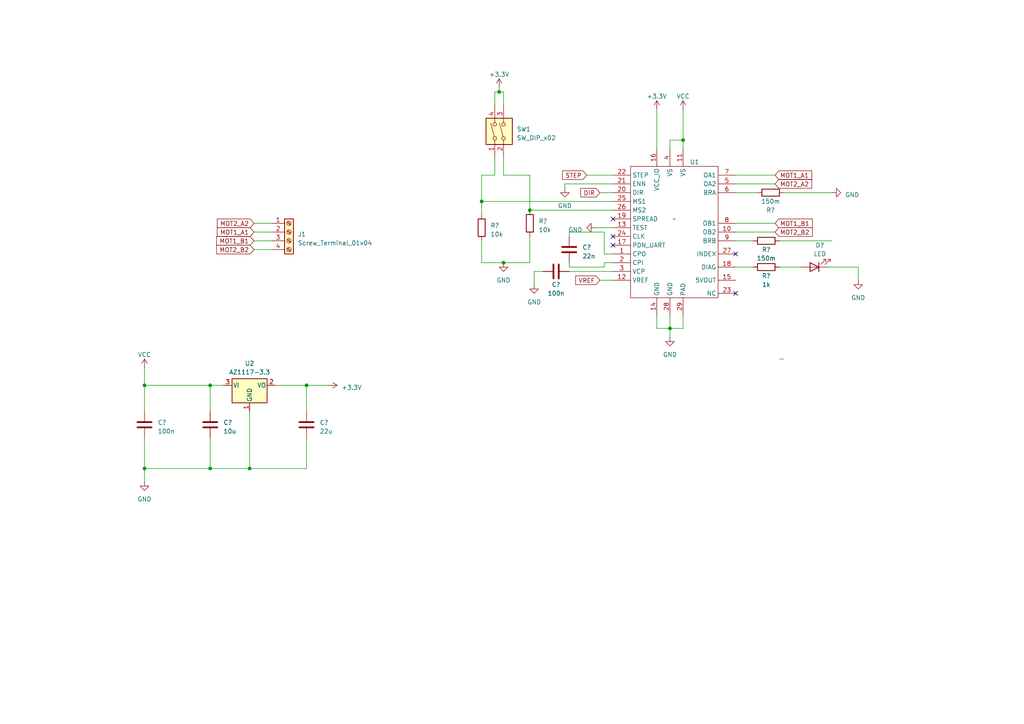
<source format=kicad_sch>
(kicad_sch (version 20230121) (generator eeschema)

  (uuid 068d3726-99de-44cc-887c-e892d67878f5)

  (paper "A4")

  (lib_symbols
    (symbol "Connector:Screw_Terminal_01x04" (pin_names (offset 1.016) hide) (in_bom yes) (on_board yes)
      (property "Reference" "J" (at 0 5.08 0)
        (effects (font (size 1.27 1.27)))
      )
      (property "Value" "Screw_Terminal_01x04" (at 0 -7.62 0)
        (effects (font (size 1.27 1.27)))
      )
      (property "Footprint" "" (at 0 0 0)
        (effects (font (size 1.27 1.27)) hide)
      )
      (property "Datasheet" "~" (at 0 0 0)
        (effects (font (size 1.27 1.27)) hide)
      )
      (property "ki_keywords" "screw terminal" (at 0 0 0)
        (effects (font (size 1.27 1.27)) hide)
      )
      (property "ki_description" "Generic screw terminal, single row, 01x04, script generated (kicad-library-utils/schlib/autogen/connector/)" (at 0 0 0)
        (effects (font (size 1.27 1.27)) hide)
      )
      (property "ki_fp_filters" "TerminalBlock*:*" (at 0 0 0)
        (effects (font (size 1.27 1.27)) hide)
      )
      (symbol "Screw_Terminal_01x04_1_1"
        (rectangle (start -1.27 3.81) (end 1.27 -6.35)
          (stroke (width 0.254) (type default))
          (fill (type background))
        )
        (circle (center 0 -5.08) (radius 0.635)
          (stroke (width 0.1524) (type default))
          (fill (type none))
        )
        (circle (center 0 -2.54) (radius 0.635)
          (stroke (width 0.1524) (type default))
          (fill (type none))
        )
        (polyline
          (pts
            (xy -0.5334 -4.7498)
            (xy 0.3302 -5.588)
          )
          (stroke (width 0.1524) (type default))
          (fill (type none))
        )
        (polyline
          (pts
            (xy -0.5334 -2.2098)
            (xy 0.3302 -3.048)
          )
          (stroke (width 0.1524) (type default))
          (fill (type none))
        )
        (polyline
          (pts
            (xy -0.5334 0.3302)
            (xy 0.3302 -0.508)
          )
          (stroke (width 0.1524) (type default))
          (fill (type none))
        )
        (polyline
          (pts
            (xy -0.5334 2.8702)
            (xy 0.3302 2.032)
          )
          (stroke (width 0.1524) (type default))
          (fill (type none))
        )
        (polyline
          (pts
            (xy -0.3556 -4.572)
            (xy 0.508 -5.4102)
          )
          (stroke (width 0.1524) (type default))
          (fill (type none))
        )
        (polyline
          (pts
            (xy -0.3556 -2.032)
            (xy 0.508 -2.8702)
          )
          (stroke (width 0.1524) (type default))
          (fill (type none))
        )
        (polyline
          (pts
            (xy -0.3556 0.508)
            (xy 0.508 -0.3302)
          )
          (stroke (width 0.1524) (type default))
          (fill (type none))
        )
        (polyline
          (pts
            (xy -0.3556 3.048)
            (xy 0.508 2.2098)
          )
          (stroke (width 0.1524) (type default))
          (fill (type none))
        )
        (circle (center 0 0) (radius 0.635)
          (stroke (width 0.1524) (type default))
          (fill (type none))
        )
        (circle (center 0 2.54) (radius 0.635)
          (stroke (width 0.1524) (type default))
          (fill (type none))
        )
        (pin passive line (at -5.08 2.54 0) (length 3.81)
          (name "Pin_1" (effects (font (size 1.27 1.27))))
          (number "1" (effects (font (size 1.27 1.27))))
        )
        (pin passive line (at -5.08 0 0) (length 3.81)
          (name "Pin_2" (effects (font (size 1.27 1.27))))
          (number "2" (effects (font (size 1.27 1.27))))
        )
        (pin passive line (at -5.08 -2.54 0) (length 3.81)
          (name "Pin_3" (effects (font (size 1.27 1.27))))
          (number "3" (effects (font (size 1.27 1.27))))
        )
        (pin passive line (at -5.08 -5.08 0) (length 3.81)
          (name "Pin_4" (effects (font (size 1.27 1.27))))
          (number "4" (effects (font (size 1.27 1.27))))
        )
      )
    )
    (symbol "Device:C" (pin_numbers hide) (pin_names (offset 0.254)) (in_bom yes) (on_board yes)
      (property "Reference" "C" (at 0.635 2.54 0)
        (effects (font (size 1.27 1.27)) (justify left))
      )
      (property "Value" "C" (at 0.635 -2.54 0)
        (effects (font (size 1.27 1.27)) (justify left))
      )
      (property "Footprint" "" (at 0.9652 -3.81 0)
        (effects (font (size 1.27 1.27)) hide)
      )
      (property "Datasheet" "~" (at 0 0 0)
        (effects (font (size 1.27 1.27)) hide)
      )
      (property "ki_keywords" "cap capacitor" (at 0 0 0)
        (effects (font (size 1.27 1.27)) hide)
      )
      (property "ki_description" "Unpolarized capacitor" (at 0 0 0)
        (effects (font (size 1.27 1.27)) hide)
      )
      (property "ki_fp_filters" "C_*" (at 0 0 0)
        (effects (font (size 1.27 1.27)) hide)
      )
      (symbol "C_0_1"
        (polyline
          (pts
            (xy -2.032 -0.762)
            (xy 2.032 -0.762)
          )
          (stroke (width 0.508) (type default))
          (fill (type none))
        )
        (polyline
          (pts
            (xy -2.032 0.762)
            (xy 2.032 0.762)
          )
          (stroke (width 0.508) (type default))
          (fill (type none))
        )
      )
      (symbol "C_1_1"
        (pin passive line (at 0 3.81 270) (length 2.794)
          (name "~" (effects (font (size 1.27 1.27))))
          (number "1" (effects (font (size 1.27 1.27))))
        )
        (pin passive line (at 0 -3.81 90) (length 2.794)
          (name "~" (effects (font (size 1.27 1.27))))
          (number "2" (effects (font (size 1.27 1.27))))
        )
      )
    )
    (symbol "Device:LED" (pin_numbers hide) (pin_names (offset 1.016) hide) (in_bom yes) (on_board yes)
      (property "Reference" "D" (at 0 2.54 0)
        (effects (font (size 1.27 1.27)))
      )
      (property "Value" "LED" (at 0 -2.54 0)
        (effects (font (size 1.27 1.27)))
      )
      (property "Footprint" "" (at 0 0 0)
        (effects (font (size 1.27 1.27)) hide)
      )
      (property "Datasheet" "~" (at 0 0 0)
        (effects (font (size 1.27 1.27)) hide)
      )
      (property "ki_keywords" "LED diode" (at 0 0 0)
        (effects (font (size 1.27 1.27)) hide)
      )
      (property "ki_description" "Light emitting diode" (at 0 0 0)
        (effects (font (size 1.27 1.27)) hide)
      )
      (property "ki_fp_filters" "LED* LED_SMD:* LED_THT:*" (at 0 0 0)
        (effects (font (size 1.27 1.27)) hide)
      )
      (symbol "LED_0_1"
        (polyline
          (pts
            (xy -1.27 -1.27)
            (xy -1.27 1.27)
          )
          (stroke (width 0.254) (type default))
          (fill (type none))
        )
        (polyline
          (pts
            (xy -1.27 0)
            (xy 1.27 0)
          )
          (stroke (width 0) (type default))
          (fill (type none))
        )
        (polyline
          (pts
            (xy 1.27 -1.27)
            (xy 1.27 1.27)
            (xy -1.27 0)
            (xy 1.27 -1.27)
          )
          (stroke (width 0.254) (type default))
          (fill (type none))
        )
        (polyline
          (pts
            (xy -3.048 -0.762)
            (xy -4.572 -2.286)
            (xy -3.81 -2.286)
            (xy -4.572 -2.286)
            (xy -4.572 -1.524)
          )
          (stroke (width 0) (type default))
          (fill (type none))
        )
        (polyline
          (pts
            (xy -1.778 -0.762)
            (xy -3.302 -2.286)
            (xy -2.54 -2.286)
            (xy -3.302 -2.286)
            (xy -3.302 -1.524)
          )
          (stroke (width 0) (type default))
          (fill (type none))
        )
      )
      (symbol "LED_1_1"
        (pin passive line (at -3.81 0 0) (length 2.54)
          (name "K" (effects (font (size 1.27 1.27))))
          (number "1" (effects (font (size 1.27 1.27))))
        )
        (pin passive line (at 3.81 0 180) (length 2.54)
          (name "A" (effects (font (size 1.27 1.27))))
          (number "2" (effects (font (size 1.27 1.27))))
        )
      )
    )
    (symbol "Device:R" (pin_numbers hide) (pin_names (offset 0)) (in_bom yes) (on_board yes)
      (property "Reference" "R" (at 2.032 0 90)
        (effects (font (size 1.27 1.27)))
      )
      (property "Value" "R" (at 0 0 90)
        (effects (font (size 1.27 1.27)))
      )
      (property "Footprint" "" (at -1.778 0 90)
        (effects (font (size 1.27 1.27)) hide)
      )
      (property "Datasheet" "~" (at 0 0 0)
        (effects (font (size 1.27 1.27)) hide)
      )
      (property "ki_keywords" "R res resistor" (at 0 0 0)
        (effects (font (size 1.27 1.27)) hide)
      )
      (property "ki_description" "Resistor" (at 0 0 0)
        (effects (font (size 1.27 1.27)) hide)
      )
      (property "ki_fp_filters" "R_*" (at 0 0 0)
        (effects (font (size 1.27 1.27)) hide)
      )
      (symbol "R_0_1"
        (rectangle (start -1.016 -2.54) (end 1.016 2.54)
          (stroke (width 0.254) (type default))
          (fill (type none))
        )
      )
      (symbol "R_1_1"
        (pin passive line (at 0 3.81 270) (length 1.27)
          (name "~" (effects (font (size 1.27 1.27))))
          (number "1" (effects (font (size 1.27 1.27))))
        )
        (pin passive line (at 0 -3.81 90) (length 1.27)
          (name "~" (effects (font (size 1.27 1.27))))
          (number "2" (effects (font (size 1.27 1.27))))
        )
      )
    )
    (symbol "My_Lib:TMC2225" (in_bom yes) (on_board yes)
      (property "Reference" "U" (at 0 0 0)
        (effects (font (size 1.27 1.27)))
      )
      (property "Value" "" (at 0 0 0)
        (effects (font (size 1.27 1.27)))
      )
      (property "Footprint" "" (at 0 0 0)
        (effects (font (size 1.27 1.27)) hide)
      )
      (property "Datasheet" "" (at 0 0 0)
        (effects (font (size 1.27 1.27)) hide)
      )
      (symbol "TMC2225_0_0"
        (pin passive line (at -17.78 -10.16 0) (length 5.08)
          (name "CPO" (effects (font (size 1.27 1.27))))
          (number "1" (effects (font (size 1.27 1.27))))
        )
        (pin output line (at 17.78 -3.81 180) (length 5.08)
          (name "OB2" (effects (font (size 1.27 1.27))))
          (number "10" (effects (font (size 1.27 1.27))))
        )
        (pin input line (at 2.54 20.32 270) (length 5.08)
          (name "VS" (effects (font (size 1.27 1.27))))
          (number "11" (effects (font (size 1.27 1.27))))
        )
        (pin input line (at -17.78 -17.78 0) (length 5.08)
          (name "VREF" (effects (font (size 1.27 1.27))))
          (number "12" (effects (font (size 1.27 1.27))))
        )
        (pin input line (at -17.78 -2.54 0) (length 5.08)
          (name "TEST" (effects (font (size 1.27 1.27))))
          (number "13" (effects (font (size 1.27 1.27))))
        )
        (pin input line (at -5.08 -27.94 90) (length 5.08)
          (name "GND" (effects (font (size 1.27 1.27))))
          (number "14" (effects (font (size 1.27 1.27))))
        )
        (pin passive line (at 17.78 -17.78 180) (length 5.08)
          (name "5VOUT" (effects (font (size 1.27 1.27))))
          (number "15" (effects (font (size 1.27 1.27))))
        )
        (pin input line (at -5.08 20.32 270) (length 5.08)
          (name "VCC_IO" (effects (font (size 1.27 1.27))))
          (number "16" (effects (font (size 1.27 1.27))))
        )
        (pin no_connect line (at -17.78 -7.62 0) (length 5.08)
          (name "PDN_UART" (effects (font (size 1.27 1.27))))
          (number "17" (effects (font (size 1.27 1.27))))
        )
        (pin output line (at 17.78 -13.97 180) (length 5.08)
          (name "DIAG" (effects (font (size 1.27 1.27))))
          (number "18" (effects (font (size 1.27 1.27))))
        )
        (pin no_connect line (at -17.78 0 0) (length 5.08)
          (name "SPREAD" (effects (font (size 1.27 1.27))))
          (number "19" (effects (font (size 1.27 1.27))))
        )
        (pin passive line (at -17.78 -12.7 0) (length 5.08)
          (name "CPI" (effects (font (size 1.27 1.27))))
          (number "2" (effects (font (size 1.27 1.27))))
        )
        (pin input line (at -17.78 7.62 0) (length 5.08)
          (name "DIR" (effects (font (size 1.27 1.27))))
          (number "20" (effects (font (size 1.27 1.27))))
        )
        (pin input line (at -17.78 10.16 0) (length 5.08)
          (name "ENN" (effects (font (size 1.27 1.27))))
          (number "21" (effects (font (size 1.27 1.27))))
        )
        (pin input line (at -17.78 12.7 0) (length 5.08)
          (name "STEP" (effects (font (size 1.27 1.27))))
          (number "22" (effects (font (size 1.27 1.27))))
        )
        (pin no_connect line (at 17.78 -21.59 180) (length 5.08)
          (name "NC" (effects (font (size 1.27 1.27))))
          (number "23" (effects (font (size 1.27 1.27))))
        )
        (pin no_connect line (at -17.78 -5.08 0) (length 5.08)
          (name "CLK" (effects (font (size 1.27 1.27))))
          (number "24" (effects (font (size 1.27 1.27))))
        )
        (pin input line (at -17.78 5.08 0) (length 5.08)
          (name "MS1" (effects (font (size 1.27 1.27))))
          (number "25" (effects (font (size 1.27 1.27))))
        )
        (pin input line (at -17.78 2.54 0) (length 5.08)
          (name "MS2" (effects (font (size 1.27 1.27))))
          (number "26" (effects (font (size 1.27 1.27))))
        )
        (pin no_connect line (at 17.78 -10.16 180) (length 5.08)
          (name "INDEX" (effects (font (size 1.27 1.27))))
          (number "27" (effects (font (size 1.27 1.27))))
        )
        (pin input line (at -1.27 -27.94 90) (length 5.08)
          (name "GND" (effects (font (size 1.27 1.27))))
          (number "28" (effects (font (size 1.27 1.27))))
        )
        (pin input line (at 2.54 -27.94 90) (length 5.08)
          (name "PAD" (effects (font (size 1.27 1.27))))
          (number "29" (effects (font (size 1.27 1.27))))
        )
        (pin passive line (at -17.78 -15.24 0) (length 5.08)
          (name "VCP" (effects (font (size 1.27 1.27))))
          (number "3" (effects (font (size 1.27 1.27))))
        )
        (pin input line (at -1.27 20.32 270) (length 5.08)
          (name "VS" (effects (font (size 1.27 1.27))))
          (number "4" (effects (font (size 1.27 1.27))))
        )
        (pin output line (at 17.78 10.16 180) (length 5.08)
          (name "OA2" (effects (font (size 1.27 1.27))))
          (number "5" (effects (font (size 1.27 1.27))))
        )
        (pin output line (at 17.78 7.62 180) (length 5.08)
          (name "BRA" (effects (font (size 1.27 1.27))))
          (number "6" (effects (font (size 1.27 1.27))))
        )
        (pin output line (at 17.78 12.7 180) (length 5.08)
          (name "OA1" (effects (font (size 1.27 1.27))))
          (number "7" (effects (font (size 1.27 1.27))))
        )
        (pin output line (at 17.78 -1.27 180) (length 5.08)
          (name "OB1" (effects (font (size 1.27 1.27))))
          (number "8" (effects (font (size 1.27 1.27))))
        )
        (pin output line (at 17.78 -6.35 180) (length 5.08)
          (name "BRB" (effects (font (size 1.27 1.27))))
          (number "9" (effects (font (size 1.27 1.27))))
        )
      )
      (symbol "TMC2225_0_1"
        (polyline
          (pts
            (xy -12.7 15.24)
            (xy 12.7 15.24)
            (xy 12.7 -22.86)
            (xy -12.7 -22.86)
            (xy -12.7 15.24)
          )
          (stroke (width 0.1524) (type solid))
          (fill (type none))
        )
      )
    )
    (symbol "Regulator_Linear:AZ1117-3.3" (pin_names (offset 0.254)) (in_bom yes) (on_board yes)
      (property "Reference" "U" (at -3.81 3.175 0)
        (effects (font (size 1.27 1.27)))
      )
      (property "Value" "AZ1117-3.3" (at 0 3.175 0)
        (effects (font (size 1.27 1.27)) (justify left))
      )
      (property "Footprint" "" (at 0 6.35 0)
        (effects (font (size 1.27 1.27) italic) hide)
      )
      (property "Datasheet" "https://www.diodes.com/assets/Datasheets/AZ1117.pdf" (at 0 0 0)
        (effects (font (size 1.27 1.27)) hide)
      )
      (property "ki_keywords" "Fixed Voltage Regulator 1A Positive LDO" (at 0 0 0)
        (effects (font (size 1.27 1.27)) hide)
      )
      (property "ki_description" "1A 20V Fixed LDO Linear Regulator, 3.3V, SOT-89/SOT-223/TO-220/TO-252/TO-263" (at 0 0 0)
        (effects (font (size 1.27 1.27)) hide)
      )
      (property "ki_fp_filters" "SOT?223* SOT?89* TO?220* TO?252* TO?263*" (at 0 0 0)
        (effects (font (size 1.27 1.27)) hide)
      )
      (symbol "AZ1117-3.3_0_1"
        (rectangle (start -5.08 1.905) (end 5.08 -5.08)
          (stroke (width 0.254) (type default))
          (fill (type background))
        )
      )
      (symbol "AZ1117-3.3_1_1"
        (pin power_in line (at 0 -7.62 90) (length 2.54)
          (name "GND" (effects (font (size 1.27 1.27))))
          (number "1" (effects (font (size 1.27 1.27))))
        )
        (pin power_out line (at 7.62 0 180) (length 2.54)
          (name "VO" (effects (font (size 1.27 1.27))))
          (number "2" (effects (font (size 1.27 1.27))))
        )
        (pin power_in line (at -7.62 0 0) (length 2.54)
          (name "VI" (effects (font (size 1.27 1.27))))
          (number "3" (effects (font (size 1.27 1.27))))
        )
      )
    )
    (symbol "Switch:SW_DIP_x02" (pin_names (offset 0) hide) (in_bom yes) (on_board yes)
      (property "Reference" "SW" (at 0 6.35 0)
        (effects (font (size 1.27 1.27)))
      )
      (property "Value" "SW_DIP_x02" (at 0 -3.81 0)
        (effects (font (size 1.27 1.27)))
      )
      (property "Footprint" "" (at 0 0 0)
        (effects (font (size 1.27 1.27)) hide)
      )
      (property "Datasheet" "~" (at 0 0 0)
        (effects (font (size 1.27 1.27)) hide)
      )
      (property "ki_keywords" "dip switch" (at 0 0 0)
        (effects (font (size 1.27 1.27)) hide)
      )
      (property "ki_description" "2x DIP Switch, Single Pole Single Throw (SPST) switch, small symbol" (at 0 0 0)
        (effects (font (size 1.27 1.27)) hide)
      )
      (property "ki_fp_filters" "SW?DIP?x2*" (at 0 0 0)
        (effects (font (size 1.27 1.27)) hide)
      )
      (symbol "SW_DIP_x02_0_0"
        (circle (center -2.032 0) (radius 0.508)
          (stroke (width 0) (type default))
          (fill (type none))
        )
        (circle (center -2.032 2.54) (radius 0.508)
          (stroke (width 0) (type default))
          (fill (type none))
        )
        (polyline
          (pts
            (xy -1.524 0.127)
            (xy 2.3622 1.1684)
          )
          (stroke (width 0) (type default))
          (fill (type none))
        )
        (polyline
          (pts
            (xy -1.524 2.667)
            (xy 2.3622 3.7084)
          )
          (stroke (width 0) (type default))
          (fill (type none))
        )
        (circle (center 2.032 0) (radius 0.508)
          (stroke (width 0) (type default))
          (fill (type none))
        )
        (circle (center 2.032 2.54) (radius 0.508)
          (stroke (width 0) (type default))
          (fill (type none))
        )
      )
      (symbol "SW_DIP_x02_0_1"
        (rectangle (start -3.81 5.08) (end 3.81 -2.54)
          (stroke (width 0.254) (type default))
          (fill (type background))
        )
      )
      (symbol "SW_DIP_x02_1_1"
        (pin passive line (at -7.62 2.54 0) (length 5.08)
          (name "~" (effects (font (size 1.27 1.27))))
          (number "1" (effects (font (size 1.27 1.27))))
        )
        (pin passive line (at -7.62 0 0) (length 5.08)
          (name "~" (effects (font (size 1.27 1.27))))
          (number "2" (effects (font (size 1.27 1.27))))
        )
        (pin passive line (at 7.62 0 180) (length 5.08)
          (name "~" (effects (font (size 1.27 1.27))))
          (number "3" (effects (font (size 1.27 1.27))))
        )
        (pin passive line (at 7.62 2.54 180) (length 5.08)
          (name "~" (effects (font (size 1.27 1.27))))
          (number "4" (effects (font (size 1.27 1.27))))
        )
      )
    )
    (symbol "power:+3.3V" (power) (pin_names (offset 0)) (in_bom yes) (on_board yes)
      (property "Reference" "#PWR" (at 0 -3.81 0)
        (effects (font (size 1.27 1.27)) hide)
      )
      (property "Value" "+3.3V" (at 0 3.556 0)
        (effects (font (size 1.27 1.27)))
      )
      (property "Footprint" "" (at 0 0 0)
        (effects (font (size 1.27 1.27)) hide)
      )
      (property "Datasheet" "" (at 0 0 0)
        (effects (font (size 1.27 1.27)) hide)
      )
      (property "ki_keywords" "global power" (at 0 0 0)
        (effects (font (size 1.27 1.27)) hide)
      )
      (property "ki_description" "Power symbol creates a global label with name \"+3.3V\"" (at 0 0 0)
        (effects (font (size 1.27 1.27)) hide)
      )
      (symbol "+3.3V_0_1"
        (polyline
          (pts
            (xy -0.762 1.27)
            (xy 0 2.54)
          )
          (stroke (width 0) (type default))
          (fill (type none))
        )
        (polyline
          (pts
            (xy 0 0)
            (xy 0 2.54)
          )
          (stroke (width 0) (type default))
          (fill (type none))
        )
        (polyline
          (pts
            (xy 0 2.54)
            (xy 0.762 1.27)
          )
          (stroke (width 0) (type default))
          (fill (type none))
        )
      )
      (symbol "+3.3V_1_1"
        (pin power_in line (at 0 0 90) (length 0) hide
          (name "+3.3V" (effects (font (size 1.27 1.27))))
          (number "1" (effects (font (size 1.27 1.27))))
        )
      )
    )
    (symbol "power:GND" (power) (pin_names (offset 0)) (in_bom yes) (on_board yes)
      (property "Reference" "#PWR" (at 0 -6.35 0)
        (effects (font (size 1.27 1.27)) hide)
      )
      (property "Value" "GND" (at 0 -3.81 0)
        (effects (font (size 1.27 1.27)))
      )
      (property "Footprint" "" (at 0 0 0)
        (effects (font (size 1.27 1.27)) hide)
      )
      (property "Datasheet" "" (at 0 0 0)
        (effects (font (size 1.27 1.27)) hide)
      )
      (property "ki_keywords" "global power" (at 0 0 0)
        (effects (font (size 1.27 1.27)) hide)
      )
      (property "ki_description" "Power symbol creates a global label with name \"GND\" , ground" (at 0 0 0)
        (effects (font (size 1.27 1.27)) hide)
      )
      (symbol "GND_0_1"
        (polyline
          (pts
            (xy 0 0)
            (xy 0 -1.27)
            (xy 1.27 -1.27)
            (xy 0 -2.54)
            (xy -1.27 -1.27)
            (xy 0 -1.27)
          )
          (stroke (width 0) (type default))
          (fill (type none))
        )
      )
      (symbol "GND_1_1"
        (pin power_in line (at 0 0 270) (length 0) hide
          (name "GND" (effects (font (size 1.27 1.27))))
          (number "1" (effects (font (size 1.27 1.27))))
        )
      )
    )
    (symbol "power:VCC" (power) (pin_names (offset 0)) (in_bom yes) (on_board yes)
      (property "Reference" "#PWR" (at 0 -3.81 0)
        (effects (font (size 1.27 1.27)) hide)
      )
      (property "Value" "VCC" (at 0 3.81 0)
        (effects (font (size 1.27 1.27)))
      )
      (property "Footprint" "" (at 0 0 0)
        (effects (font (size 1.27 1.27)) hide)
      )
      (property "Datasheet" "" (at 0 0 0)
        (effects (font (size 1.27 1.27)) hide)
      )
      (property "ki_keywords" "global power" (at 0 0 0)
        (effects (font (size 1.27 1.27)) hide)
      )
      (property "ki_description" "Power symbol creates a global label with name \"VCC\"" (at 0 0 0)
        (effects (font (size 1.27 1.27)) hide)
      )
      (symbol "VCC_0_1"
        (polyline
          (pts
            (xy -0.762 1.27)
            (xy 0 2.54)
          )
          (stroke (width 0) (type default))
          (fill (type none))
        )
        (polyline
          (pts
            (xy 0 0)
            (xy 0 2.54)
          )
          (stroke (width 0) (type default))
          (fill (type none))
        )
        (polyline
          (pts
            (xy 0 2.54)
            (xy 0.762 1.27)
          )
          (stroke (width 0) (type default))
          (fill (type none))
        )
      )
      (symbol "VCC_1_1"
        (pin power_in line (at 0 0 90) (length 0) hide
          (name "VCC" (effects (font (size 1.27 1.27))))
          (number "1" (effects (font (size 1.27 1.27))))
        )
      )
    )
  )

  (junction (at 60.96 111.76) (diameter 0) (color 0 0 0 0)
    (uuid 09f3520c-4f6c-4fe3-819d-9d3f8fc6b587)
  )
  (junction (at 153.67 60.96) (diameter 0) (color 0 0 0 0)
    (uuid 170e7f1b-8d25-4f77-9f8e-fc94cec78304)
  )
  (junction (at 41.91 111.76) (diameter 0) (color 0 0 0 0)
    (uuid 32b22497-6e76-4bdc-8444-63b1f6abb32b)
  )
  (junction (at 194.31 95.25) (diameter 0) (color 0 0 0 0)
    (uuid 42673888-9609-461a-94d1-d2b6b6fb818a)
  )
  (junction (at 88.9 111.76) (diameter 0) (color 0 0 0 0)
    (uuid 5999ff1b-be10-4817-8483-6d205e283872)
  )
  (junction (at 139.7 58.42) (diameter 0) (color 0 0 0 0)
    (uuid 6127ab72-5aa2-4472-8c43-7ba3787a1ecf)
  )
  (junction (at 198.12 40.64) (diameter 0) (color 0 0 0 0)
    (uuid 876eb48d-742d-4218-a1c0-dde9824d7d4e)
  )
  (junction (at 41.91 135.89) (diameter 0) (color 0 0 0 0)
    (uuid a075dcd4-9131-4a21-bd75-2ce22d863a57)
  )
  (junction (at 72.39 135.89) (diameter 0) (color 0 0 0 0)
    (uuid d81588b9-e378-40b8-a846-f216d496deed)
  )
  (junction (at 144.78 26.67) (diameter 0) (color 0 0 0 0)
    (uuid e2abff9a-1ff7-4d87-a36d-205f09b7431f)
  )
  (junction (at 60.96 135.89) (diameter 0) (color 0 0 0 0)
    (uuid ec063405-c907-42b7-8adb-3e7a69a29273)
  )
  (junction (at 146.05 76.2) (diameter 0) (color 0 0 0 0)
    (uuid fa882e1a-efc5-47d9-9f1e-78d7fc79b411)
  )

  (no_connect (at 213.36 85.09) (uuid 2ceda9da-b056-4537-acc4-5c3a61ae81df))
  (no_connect (at 213.36 73.66) (uuid 62f951fc-71da-4f8f-bee3-978d8f6c6d9e))
  (no_connect (at 177.8 63.5) (uuid 63b61004-f15b-440f-af4b-cbb2bd70379b))
  (no_connect (at 177.8 71.12) (uuid 7c20f44d-1c44-4192-856b-cc66f78d2ef4))
  (no_connect (at 177.8 68.58) (uuid b77a1d60-9a30-4b1e-a203-5ef32486654a))

  (wire (pts (xy 153.67 68.58) (xy 153.67 76.2))
    (stroke (width 0) (type default))
    (uuid 02ed833a-7131-4f62-87fa-d6b98b48014a)
  )
  (wire (pts (xy 154.94 78.74) (xy 154.94 82.55))
    (stroke (width 0) (type default))
    (uuid 04bfad80-26e0-4e7b-a40f-d75558bc0983)
  )
  (wire (pts (xy 88.9 111.76) (xy 88.9 119.38))
    (stroke (width 0) (type default))
    (uuid 081733f5-379b-402e-a63c-3ea00de4ef6f)
  )
  (wire (pts (xy 143.51 26.67) (xy 144.78 26.67))
    (stroke (width 0) (type default))
    (uuid 0dbaec17-50aa-4b55-b613-965643b3cfcb)
  )
  (wire (pts (xy 144.78 26.67) (xy 146.05 26.67))
    (stroke (width 0) (type default))
    (uuid 1717a9e6-83b6-42e6-9620-587919944e09)
  )
  (wire (pts (xy 139.7 69.85) (xy 139.7 76.2))
    (stroke (width 0) (type default))
    (uuid 1b9f329f-d397-480c-96cc-b46c1bfd8437)
  )
  (wire (pts (xy 153.67 50.8) (xy 153.67 60.96))
    (stroke (width 0) (type default))
    (uuid 20fec434-9628-47b3-a74e-d63a070cf294)
  )
  (wire (pts (xy 139.7 58.42) (xy 139.7 62.23))
    (stroke (width 0) (type default))
    (uuid 23b4d3e5-6733-49bc-8626-7b1d6820a99b)
  )
  (wire (pts (xy 177.8 53.34) (xy 163.83 53.34))
    (stroke (width 0) (type default))
    (uuid 255f9049-6886-4aac-9256-352a56cfba00)
  )
  (wire (pts (xy 41.91 111.76) (xy 60.96 111.76))
    (stroke (width 0) (type default))
    (uuid 2681c193-d30a-40de-a95f-83151e866af2)
  )
  (wire (pts (xy 139.7 50.8) (xy 143.51 50.8))
    (stroke (width 0) (type default))
    (uuid 27b3e533-5ffc-4eff-a873-4e75a8c0eafb)
  )
  (wire (pts (xy 153.67 50.8) (xy 146.05 50.8))
    (stroke (width 0) (type default))
    (uuid 27b8b5c5-76a5-41ce-a609-395b725542cd)
  )
  (wire (pts (xy 213.36 77.47) (xy 218.44 77.47))
    (stroke (width 0) (type default))
    (uuid 2d4695e9-881b-47fa-beec-ef47806c9f79)
  )
  (wire (pts (xy 165.1 67.31) (xy 175.26 67.31))
    (stroke (width 0) (type default))
    (uuid 2f766d75-eb75-440b-849b-91370f91f07e)
  )
  (wire (pts (xy 41.91 106.68) (xy 41.91 111.76))
    (stroke (width 0) (type default))
    (uuid 311bf0bb-6145-4dd7-853d-1fcd1bce9756)
  )
  (wire (pts (xy 172.72 66.04) (xy 177.8 66.04))
    (stroke (width 0) (type default))
    (uuid 391be7a2-3cdb-4756-8662-21baaadb880e)
  )
  (wire (pts (xy 73.66 69.85) (xy 78.74 69.85))
    (stroke (width 0) (type default))
    (uuid 3942a8ce-1005-4b17-a2ed-67f5ea47ee8b)
  )
  (wire (pts (xy 143.51 30.48) (xy 143.51 26.67))
    (stroke (width 0) (type default))
    (uuid 395305e8-0b57-4673-aec5-046a23911074)
  )
  (wire (pts (xy 173.99 81.28) (xy 177.8 81.28))
    (stroke (width 0) (type default))
    (uuid 41f3ea70-9ff8-4d58-b99f-c9386ea86094)
  )
  (wire (pts (xy 72.39 135.89) (xy 88.9 135.89))
    (stroke (width 0) (type default))
    (uuid 45fdb5bb-c080-4004-9c6a-2f4f2ec82fe2)
  )
  (wire (pts (xy 194.31 43.18) (xy 194.31 40.64))
    (stroke (width 0) (type default))
    (uuid 46e9592c-9b47-4fb5-ad00-c7568fb8a3a0)
  )
  (wire (pts (xy 73.66 67.31) (xy 78.74 67.31))
    (stroke (width 0) (type default))
    (uuid 48f15ad0-384b-44a6-912f-39059a5d484d)
  )
  (wire (pts (xy 80.01 111.76) (xy 88.9 111.76))
    (stroke (width 0) (type default))
    (uuid 4c88195e-ea41-4400-b96b-cdd5e7da7699)
  )
  (wire (pts (xy 146.05 76.2) (xy 153.67 76.2))
    (stroke (width 0) (type default))
    (uuid 515c146e-2b10-400b-9d0b-a19d9da25b42)
  )
  (wire (pts (xy 213.36 55.88) (xy 219.71 55.88))
    (stroke (width 0) (type default))
    (uuid 575a2527-1842-4470-b4ab-eeb613f12b89)
  )
  (wire (pts (xy 213.36 50.8) (xy 224.79 50.8))
    (stroke (width 0) (type default))
    (uuid 58f5e32a-e096-47a7-96b1-9473dba7324f)
  )
  (wire (pts (xy 177.8 76.2) (xy 175.26 76.2))
    (stroke (width 0) (type default))
    (uuid 5a1e61ed-bc42-47bf-97e8-ae64f36df3a2)
  )
  (wire (pts (xy 165.1 67.31) (xy 165.1 68.58))
    (stroke (width 0) (type default))
    (uuid 5e6f938d-2502-4261-870b-c8e8dc88cf8d)
  )
  (wire (pts (xy 41.91 111.76) (xy 41.91 119.38))
    (stroke (width 0) (type default))
    (uuid 6394b9c6-0c3a-47a9-a10c-ad2849085b85)
  )
  (wire (pts (xy 146.05 26.67) (xy 146.05 30.48))
    (stroke (width 0) (type default))
    (uuid 674982ab-76f1-40b4-ace8-3457780c9064)
  )
  (wire (pts (xy 240.03 77.47) (xy 248.92 77.47))
    (stroke (width 0) (type default))
    (uuid 6cabbc91-f1f9-4c6b-b310-395a1f97cfa4)
  )
  (wire (pts (xy 213.36 69.85) (xy 218.44 69.85))
    (stroke (width 0) (type default))
    (uuid 71414b85-6c03-4500-9864-f2735be1f555)
  )
  (wire (pts (xy 194.31 95.25) (xy 194.31 97.79))
    (stroke (width 0) (type default))
    (uuid 717d9319-11b8-40e5-a003-81f26df38cbd)
  )
  (wire (pts (xy 190.5 95.25) (xy 194.31 95.25))
    (stroke (width 0) (type default))
    (uuid 757a54fd-9bf6-4801-9fa3-c11093cac793)
  )
  (wire (pts (xy 175.26 73.66) (xy 175.26 67.31))
    (stroke (width 0) (type default))
    (uuid 77fffae0-f22f-40ce-b006-f7a4d8d74d3e)
  )
  (wire (pts (xy 163.83 53.34) (xy 163.83 54.61))
    (stroke (width 0) (type default))
    (uuid 7acd6546-ed89-4c37-91fc-15bbd8598d28)
  )
  (wire (pts (xy 144.78 25.4) (xy 144.78 26.67))
    (stroke (width 0) (type default))
    (uuid 7bc6c36e-d52d-4ce8-992f-ae7ee69472f9)
  )
  (wire (pts (xy 41.91 135.89) (xy 41.91 139.7))
    (stroke (width 0) (type default))
    (uuid 82dd3d6e-b692-4ed8-8701-a40789d59705)
  )
  (wire (pts (xy 72.39 135.89) (xy 72.39 119.38))
    (stroke (width 0) (type default))
    (uuid 843f7ed0-ecd5-4625-bfb1-361531d846d8)
  )
  (wire (pts (xy 146.05 45.72) (xy 146.05 50.8))
    (stroke (width 0) (type default))
    (uuid 86bd83b4-0a57-4834-baed-68ff9a3ea55c)
  )
  (wire (pts (xy 60.96 135.89) (xy 72.39 135.89))
    (stroke (width 0) (type default))
    (uuid 8943ca7c-4f81-4177-97a1-6f4c3acefefc)
  )
  (wire (pts (xy 60.96 127) (xy 60.96 135.89))
    (stroke (width 0) (type default))
    (uuid 8a9d8dd8-dc08-4bb2-9036-110e35c2a4e2)
  )
  (wire (pts (xy 153.67 60.96) (xy 177.8 60.96))
    (stroke (width 0) (type default))
    (uuid 8b848bd6-fd63-4c3a-ac2c-51433ebc9312)
  )
  (wire (pts (xy 60.96 111.76) (xy 64.77 111.76))
    (stroke (width 0) (type default))
    (uuid 8bd942bd-c628-45c8-a0bf-dadfb271e0e2)
  )
  (wire (pts (xy 139.7 58.42) (xy 177.8 58.42))
    (stroke (width 0) (type default))
    (uuid 8f6fdebf-b83b-4d5c-8d06-0375b5fbcdfb)
  )
  (wire (pts (xy 73.66 64.77) (xy 78.74 64.77))
    (stroke (width 0) (type default))
    (uuid 9241232f-9819-4c07-b66b-35f32d116004)
  )
  (wire (pts (xy 198.12 31.75) (xy 198.12 40.64))
    (stroke (width 0) (type default))
    (uuid 9572323d-dacc-4ca3-a444-02f7bee2ab64)
  )
  (wire (pts (xy 88.9 135.89) (xy 88.9 127))
    (stroke (width 0) (type default))
    (uuid 95b38e8c-f793-46dd-a8b2-08bde962d7e2)
  )
  (wire (pts (xy 248.92 77.47) (xy 248.92 81.28))
    (stroke (width 0) (type default))
    (uuid 9856a55a-7bd7-4402-ba8d-30c1fe89a814)
  )
  (wire (pts (xy 226.06 69.85) (xy 241.3 69.85))
    (stroke (width 0) (type default))
    (uuid 9acc550f-347e-471e-81a8-e25018ea1793)
  )
  (wire (pts (xy 227.33 55.88) (xy 241.3 55.88))
    (stroke (width 0) (type default))
    (uuid 9d4dc40e-bf34-4e07-8404-e2a414ad96bc)
  )
  (wire (pts (xy 213.36 67.31) (xy 224.79 67.31))
    (stroke (width 0) (type default))
    (uuid a20e9d74-739b-4ac6-9d70-f1febf0d1b9f)
  )
  (wire (pts (xy 41.91 135.89) (xy 60.96 135.89))
    (stroke (width 0) (type default))
    (uuid a5cece79-d52e-4516-97ca-d6a481e6bc09)
  )
  (wire (pts (xy 157.48 78.74) (xy 154.94 78.74))
    (stroke (width 0) (type default))
    (uuid a635e6db-b151-4731-aa3a-f93d276eb2c6)
  )
  (wire (pts (xy 190.5 91.44) (xy 190.5 95.25))
    (stroke (width 0) (type default))
    (uuid a6b758b2-437f-494b-b9c8-e5ec65395892)
  )
  (wire (pts (xy 173.99 55.88) (xy 177.8 55.88))
    (stroke (width 0) (type default))
    (uuid ae91ce5e-49b9-4b29-b3e2-be98af597680)
  )
  (wire (pts (xy 143.51 45.72) (xy 143.51 50.8))
    (stroke (width 0) (type default))
    (uuid b2d0ef11-965d-4c29-8559-4f6b52b03529)
  )
  (wire (pts (xy 198.12 91.44) (xy 198.12 95.25))
    (stroke (width 0) (type default))
    (uuid b3a288b8-2903-4ddd-b34d-eb075639e305)
  )
  (wire (pts (xy 165.1 78.74) (xy 177.8 78.74))
    (stroke (width 0) (type default))
    (uuid b3fbe2fc-723b-40ff-bea7-719b375c9b36)
  )
  (wire (pts (xy 139.7 76.2) (xy 146.05 76.2))
    (stroke (width 0) (type default))
    (uuid b5da3fa7-b68b-4206-97dd-c651d98d49c7)
  )
  (wire (pts (xy 170.18 50.8) (xy 177.8 50.8))
    (stroke (width 0) (type default))
    (uuid b743f41a-1c1f-4304-bdee-94db56746847)
  )
  (wire (pts (xy 175.26 76.2) (xy 175.26 77.47))
    (stroke (width 0) (type default))
    (uuid b843fb02-8c6d-4ce4-b008-441786592164)
  )
  (wire (pts (xy 226.06 77.47) (xy 232.41 77.47))
    (stroke (width 0) (type default))
    (uuid c02c6551-9638-443b-abb4-50b4c17b0f54)
  )
  (wire (pts (xy 165.1 77.47) (xy 165.1 76.2))
    (stroke (width 0) (type default))
    (uuid c13dd3b0-955a-464c-894f-6ee71c92572b)
  )
  (wire (pts (xy 194.31 95.25) (xy 198.12 95.25))
    (stroke (width 0) (type default))
    (uuid c433ac03-5792-40f6-9a7a-5326e48917e9)
  )
  (wire (pts (xy 139.7 58.42) (xy 139.7 50.8))
    (stroke (width 0) (type default))
    (uuid c4621111-772c-455c-87b3-7bca3b46dc5f)
  )
  (wire (pts (xy 213.36 53.34) (xy 224.79 53.34))
    (stroke (width 0) (type default))
    (uuid c6397088-85ab-4932-8af3-7ae0aef7cf73)
  )
  (wire (pts (xy 175.26 77.47) (xy 165.1 77.47))
    (stroke (width 0) (type default))
    (uuid cb68d8f2-3e67-4e64-b99a-c882548a1814)
  )
  (wire (pts (xy 88.9 111.76) (xy 95.25 111.76))
    (stroke (width 0) (type default))
    (uuid d1401061-1191-4258-9c51-e4615c10c5be)
  )
  (wire (pts (xy 73.66 72.39) (xy 78.74 72.39))
    (stroke (width 0) (type default))
    (uuid d1874016-dc6e-4293-aa83-963bf82d7262)
  )
  (wire (pts (xy 41.91 127) (xy 41.91 135.89))
    (stroke (width 0) (type default))
    (uuid de949768-ad00-4d7f-a72b-7a6c9b0bf794)
  )
  (wire (pts (xy 194.31 40.64) (xy 198.12 40.64))
    (stroke (width 0) (type default))
    (uuid e8a35659-251c-4b8c-8e91-a25f02876362)
  )
  (wire (pts (xy 194.31 91.44) (xy 194.31 95.25))
    (stroke (width 0) (type default))
    (uuid e8a7e74a-4664-430f-ab2d-137b5a7294ae)
  )
  (wire (pts (xy 198.12 40.64) (xy 198.12 43.18))
    (stroke (width 0) (type default))
    (uuid eb3adb1c-cb89-4e51-a245-bdac9dfdd63b)
  )
  (wire (pts (xy 226.06 104.14) (xy 227.33 104.14))
    (stroke (width 0) (type default))
    (uuid efc5c521-ee36-4ef5-9fe4-5b557c6a4ed9)
  )
  (wire (pts (xy 177.8 73.66) (xy 175.26 73.66))
    (stroke (width 0) (type default))
    (uuid f17c40dc-d105-448f-bc94-4408b2ccf7e7)
  )
  (wire (pts (xy 60.96 119.38) (xy 60.96 111.76))
    (stroke (width 0) (type default))
    (uuid f28d1b93-d591-4c47-aded-65269843bd64)
  )
  (wire (pts (xy 213.36 64.77) (xy 224.79 64.77))
    (stroke (width 0) (type default))
    (uuid f34e6639-e7de-4b60-9fea-ad4c7e944285)
  )
  (wire (pts (xy 190.5 31.75) (xy 190.5 43.18))
    (stroke (width 0) (type default))
    (uuid fef4b225-809e-4904-ad13-ca6bbbdabbb5)
  )

  (global_label "MOT2_B2" (shape input) (at 224.79 67.31 0) (fields_autoplaced)
    (effects (font (size 1.27 1.27)) (justify left))
    (uuid 0a874bf4-cce0-4325-beaa-426c68304e47)
    (property "Intersheetrefs" "${INTERSHEET_REFS}" (at 236.1019 67.31 0)
      (effects (font (size 1.27 1.27)) (justify left) hide)
    )
  )
  (global_label "MOT1_B1" (shape input) (at 73.66 69.85 180) (fields_autoplaced)
    (effects (font (size 1.27 1.27)) (justify right))
    (uuid 1b581f14-d444-455f-a276-e7f649a7e106)
    (property "Intersheetrefs" "${INTERSHEET_REFS}" (at 62.3481 69.85 0)
      (effects (font (size 1.27 1.27)) (justify right) hide)
    )
  )
  (global_label "STEP" (shape input) (at 170.18 50.8 180) (fields_autoplaced)
    (effects (font (size 1.27 1.27)) (justify right))
    (uuid 22d83677-0349-46b2-974c-d763acde5654)
    (property "Intersheetrefs" "${INTERSHEET_REFS}" (at 162.6781 50.8 0)
      (effects (font (size 1.27 1.27)) (justify right) hide)
    )
  )
  (global_label "MOT2_B2" (shape input) (at 73.66 72.39 180) (fields_autoplaced)
    (effects (font (size 1.27 1.27)) (justify right))
    (uuid 37f670b3-7c0b-4805-b619-a3dde7427b04)
    (property "Intersheetrefs" "${INTERSHEET_REFS}" (at 62.3481 72.39 0)
      (effects (font (size 1.27 1.27)) (justify right) hide)
    )
  )
  (global_label "VREF" (shape input) (at 173.99 81.28 180) (fields_autoplaced)
    (effects (font (size 1.27 1.27)) (justify right))
    (uuid 3b9b8516-02a3-4ef2-b92a-722d6a384be4)
    (property "Intersheetrefs" "${INTERSHEET_REFS}" (at 166.488 81.28 0)
      (effects (font (size 1.27 1.27)) (justify right) hide)
    )
  )
  (global_label "MOT1_B1" (shape input) (at 224.79 64.77 0) (fields_autoplaced)
    (effects (font (size 1.27 1.27)) (justify left))
    (uuid 3e13632f-67be-4b1f-950d-6ba30f9d9adc)
    (property "Intersheetrefs" "${INTERSHEET_REFS}" (at 236.1019 64.77 0)
      (effects (font (size 1.27 1.27)) (justify left) hide)
    )
  )
  (global_label "MOT1_A1" (shape input) (at 224.79 50.8 0) (fields_autoplaced)
    (effects (font (size 1.27 1.27)) (justify left))
    (uuid 52b30a39-4989-4e33-b52c-e3c657c0adf1)
    (property "Intersheetrefs" "${INTERSHEET_REFS}" (at 235.9205 50.8 0)
      (effects (font (size 1.27 1.27)) (justify left) hide)
    )
  )
  (global_label "MOT2_A2" (shape input) (at 73.66 64.77 180) (fields_autoplaced)
    (effects (font (size 1.27 1.27)) (justify right))
    (uuid 7cc5d02b-9aa5-4a7b-a26b-98385a5f3d13)
    (property "Intersheetrefs" "${INTERSHEET_REFS}" (at 62.5295 64.77 0)
      (effects (font (size 1.27 1.27)) (justify right) hide)
    )
  )
  (global_label "MOT1_A1" (shape input) (at 73.66 67.31 180) (fields_autoplaced)
    (effects (font (size 1.27 1.27)) (justify right))
    (uuid c4d5211e-3a42-4603-954a-b9ad25e84383)
    (property "Intersheetrefs" "${INTERSHEET_REFS}" (at 62.5295 67.31 0)
      (effects (font (size 1.27 1.27)) (justify right) hide)
    )
  )
  (global_label "MOT2_A2" (shape input) (at 224.79 53.34 0) (fields_autoplaced)
    (effects (font (size 1.27 1.27)) (justify left))
    (uuid f0823ea1-7a7b-4340-a10f-4fba49695734)
    (property "Intersheetrefs" "${INTERSHEET_REFS}" (at 235.9205 53.34 0)
      (effects (font (size 1.27 1.27)) (justify left) hide)
    )
  )
  (global_label "DIR" (shape input) (at 173.99 55.88 180) (fields_autoplaced)
    (effects (font (size 1.27 1.27)) (justify right))
    (uuid f363ee27-a186-49e7-a2a8-415fdd545772)
    (property "Intersheetrefs" "${INTERSHEET_REFS}" (at 167.9394 55.88 0)
      (effects (font (size 1.27 1.27)) (justify right) hide)
    )
  )

  (symbol (lib_id "Device:LED") (at 236.22 77.47 180) (unit 1)
    (in_bom yes) (on_board yes) (dnp no) (fields_autoplaced)
    (uuid 01283bcc-d20b-4fa6-ad51-4f149aac5aa5)
    (property "Reference" "D?" (at 237.8075 71.12 0)
      (effects (font (size 1.27 1.27)))
    )
    (property "Value" "LED" (at 237.8075 73.66 0)
      (effects (font (size 1.27 1.27)))
    )
    (property "Footprint" "" (at 236.22 77.47 0)
      (effects (font (size 1.27 1.27)) hide)
    )
    (property "Datasheet" "~" (at 236.22 77.47 0)
      (effects (font (size 1.27 1.27)) hide)
    )
    (pin "1" (uuid ddb8114a-b8ed-4aad-824a-770b011adb86))
    (pin "2" (uuid 8e8db7e1-86a6-4332-835f-c03e4e9ecbc8))
    (instances
      (project "Projet6"
        (path "/068d3726-99de-44cc-887c-e892d67878f5"
          (reference "D?") (unit 1)
        )
      )
    )
  )

  (symbol (lib_id "Switch:SW_DIP_x02") (at 146.05 38.1 90) (unit 1)
    (in_bom yes) (on_board yes) (dnp no) (fields_autoplaced)
    (uuid 09e9bccb-358e-46d7-8b43-879098671d50)
    (property "Reference" "SW1" (at 149.86 37.465 90)
      (effects (font (size 1.27 1.27)) (justify right))
    )
    (property "Value" "SW_DIP_x02" (at 149.86 40.005 90)
      (effects (font (size 1.27 1.27)) (justify right))
    )
    (property "Footprint" "" (at 146.05 38.1 0)
      (effects (font (size 1.27 1.27)) hide)
    )
    (property "Datasheet" "~" (at 146.05 38.1 0)
      (effects (font (size 1.27 1.27)) hide)
    )
    (pin "1" (uuid 2e9e5dd9-5380-43f6-b5bd-bf8710208ab8))
    (pin "2" (uuid 987e1dd8-8117-4d0e-9e57-011f6fc94be7))
    (pin "3" (uuid d04bccdd-7e84-4436-ba97-5ccb30e8cdf7))
    (pin "4" (uuid 9bb7f140-8002-498b-b19b-1db90883b7bd))
    (instances
      (project "Projet6"
        (path "/068d3726-99de-44cc-887c-e892d67878f5"
          (reference "SW1") (unit 1)
        )
      )
    )
  )

  (symbol (lib_id "power:GND") (at 172.72 66.04 270) (unit 1)
    (in_bom yes) (on_board yes) (dnp no) (fields_autoplaced)
    (uuid 1487128e-65f4-48bd-9c48-6d974ff67f54)
    (property "Reference" "#PWR09" (at 166.37 66.04 0)
      (effects (font (size 1.27 1.27)) hide)
    )
    (property "Value" "GND" (at 168.91 66.675 90)
      (effects (font (size 1.27 1.27)) (justify right))
    )
    (property "Footprint" "" (at 172.72 66.04 0)
      (effects (font (size 1.27 1.27)) hide)
    )
    (property "Datasheet" "" (at 172.72 66.04 0)
      (effects (font (size 1.27 1.27)) hide)
    )
    (pin "1" (uuid 4089c5c0-3724-4b3b-b539-1084307fcd94))
    (instances
      (project "Projet6"
        (path "/068d3726-99de-44cc-887c-e892d67878f5"
          (reference "#PWR09") (unit 1)
        )
      )
    )
  )

  (symbol (lib_id "power:GND") (at 241.3 55.88 90) (unit 1)
    (in_bom yes) (on_board yes) (dnp no) (fields_autoplaced)
    (uuid 1bdf149d-bc34-4369-a2fe-3730d3db2eef)
    (property "Reference" "#PWR04" (at 247.65 55.88 0)
      (effects (font (size 1.27 1.27)) hide)
    )
    (property "Value" "GND" (at 245.11 56.515 90)
      (effects (font (size 1.27 1.27)) (justify right))
    )
    (property "Footprint" "" (at 241.3 55.88 0)
      (effects (font (size 1.27 1.27)) hide)
    )
    (property "Datasheet" "" (at 241.3 55.88 0)
      (effects (font (size 1.27 1.27)) hide)
    )
    (pin "1" (uuid b559123d-31cd-4cb4-b422-206decebfee7))
    (instances
      (project "Projet6"
        (path "/068d3726-99de-44cc-887c-e892d67878f5"
          (reference "#PWR04") (unit 1)
        )
      )
    )
  )

  (symbol (lib_id "power:GND") (at 41.91 139.7 0) (unit 1)
    (in_bom yes) (on_board yes) (dnp no) (fields_autoplaced)
    (uuid 206abd9e-9086-403b-b9d0-1f8f65198236)
    (property "Reference" "#PWR012" (at 41.91 146.05 0)
      (effects (font (size 1.27 1.27)) hide)
    )
    (property "Value" "GND" (at 41.91 144.78 0)
      (effects (font (size 1.27 1.27)))
    )
    (property "Footprint" "" (at 41.91 139.7 0)
      (effects (font (size 1.27 1.27)) hide)
    )
    (property "Datasheet" "" (at 41.91 139.7 0)
      (effects (font (size 1.27 1.27)) hide)
    )
    (pin "1" (uuid 856190b2-087d-4835-8d03-06bbe180edfc))
    (instances
      (project "Projet6"
        (path "/068d3726-99de-44cc-887c-e892d67878f5"
          (reference "#PWR012") (unit 1)
        )
      )
    )
  )

  (symbol (lib_id "Device:C") (at 88.9 123.19 0) (unit 1)
    (in_bom yes) (on_board yes) (dnp no) (fields_autoplaced)
    (uuid 26d97450-7675-402c-8695-771bb77e1c44)
    (property "Reference" "C?" (at 92.71 122.555 0)
      (effects (font (size 1.27 1.27)) (justify left))
    )
    (property "Value" "22u" (at 92.71 125.095 0)
      (effects (font (size 1.27 1.27)) (justify left))
    )
    (property "Footprint" "" (at 89.8652 127 0)
      (effects (font (size 1.27 1.27)) hide)
    )
    (property "Datasheet" "~" (at 88.9 123.19 0)
      (effects (font (size 1.27 1.27)) hide)
    )
    (pin "1" (uuid 25711705-c10c-4bb8-bdf3-249e52d3d601))
    (pin "2" (uuid 47e8748e-f87e-4b55-9ebe-c8fdb7fc1ddd))
    (instances
      (project "Projet6"
        (path "/068d3726-99de-44cc-887c-e892d67878f5"
          (reference "C?") (unit 1)
        )
      )
    )
  )

  (symbol (lib_id "power:GND") (at 248.92 81.28 0) (unit 1)
    (in_bom yes) (on_board yes) (dnp no) (fields_autoplaced)
    (uuid 2c3f841a-4067-4a39-8e43-8c71b1ec27b5)
    (property "Reference" "#PWR05" (at 248.92 87.63 0)
      (effects (font (size 1.27 1.27)) hide)
    )
    (property "Value" "GND" (at 248.92 86.36 0)
      (effects (font (size 1.27 1.27)))
    )
    (property "Footprint" "" (at 248.92 81.28 0)
      (effects (font (size 1.27 1.27)) hide)
    )
    (property "Datasheet" "" (at 248.92 81.28 0)
      (effects (font (size 1.27 1.27)) hide)
    )
    (pin "1" (uuid 3da63976-0810-43ff-a887-27c7f7dc755f))
    (instances
      (project "Projet6"
        (path "/068d3726-99de-44cc-887c-e892d67878f5"
          (reference "#PWR05") (unit 1)
        )
      )
    )
  )

  (symbol (lib_id "Device:R") (at 153.67 64.77 0) (unit 1)
    (in_bom yes) (on_board yes) (dnp no) (fields_autoplaced)
    (uuid 31b2aca4-d493-4b5b-b313-2191cbb59d6a)
    (property "Reference" "R?" (at 156.21 64.135 0)
      (effects (font (size 1.27 1.27)) (justify left))
    )
    (property "Value" "10k" (at 156.21 66.675 0)
      (effects (font (size 1.27 1.27)) (justify left))
    )
    (property "Footprint" "" (at 151.892 64.77 90)
      (effects (font (size 1.27 1.27)) hide)
    )
    (property "Datasheet" "~" (at 153.67 64.77 0)
      (effects (font (size 1.27 1.27)) hide)
    )
    (pin "1" (uuid 96aed613-80b3-42e3-8fdf-b1595ae4e106))
    (pin "2" (uuid 6d44e713-0fb5-4323-b89e-6303a2f8caa6))
    (instances
      (project "Projet6"
        (path "/068d3726-99de-44cc-887c-e892d67878f5"
          (reference "R?") (unit 1)
        )
      )
    )
  )

  (symbol (lib_id "power:+3.3V") (at 190.5 31.75 0) (unit 1)
    (in_bom yes) (on_board yes) (dnp no) (fields_autoplaced)
    (uuid 35e75ae3-9632-461d-b5ba-05837a2680fc)
    (property "Reference" "#PWR02" (at 190.5 35.56 0)
      (effects (font (size 1.27 1.27)) hide)
    )
    (property "Value" "+3.3V" (at 190.5 27.94 0)
      (effects (font (size 1.27 1.27)))
    )
    (property "Footprint" "" (at 190.5 31.75 0)
      (effects (font (size 1.27 1.27)) hide)
    )
    (property "Datasheet" "" (at 190.5 31.75 0)
      (effects (font (size 1.27 1.27)) hide)
    )
    (pin "1" (uuid 40bdf1d1-f2b8-4647-9490-28771dd479f6))
    (instances
      (project "Projet6"
        (path "/068d3726-99de-44cc-887c-e892d67878f5"
          (reference "#PWR02") (unit 1)
        )
      )
    )
  )

  (symbol (lib_id "power:GND") (at 194.31 97.79 0) (unit 1)
    (in_bom yes) (on_board yes) (dnp no) (fields_autoplaced)
    (uuid 38e4471f-bd46-443e-95f7-3b5c0dcc6b62)
    (property "Reference" "#PWR01" (at 194.31 104.14 0)
      (effects (font (size 1.27 1.27)) hide)
    )
    (property "Value" "GND" (at 194.31 102.87 0)
      (effects (font (size 1.27 1.27)))
    )
    (property "Footprint" "" (at 194.31 97.79 0)
      (effects (font (size 1.27 1.27)) hide)
    )
    (property "Datasheet" "" (at 194.31 97.79 0)
      (effects (font (size 1.27 1.27)) hide)
    )
    (pin "1" (uuid a3e277ea-5cf3-4e27-a49a-42bf12f65980))
    (instances
      (project "Projet6"
        (path "/068d3726-99de-44cc-887c-e892d67878f5"
          (reference "#PWR01") (unit 1)
        )
      )
    )
  )

  (symbol (lib_id "power:GND") (at 154.94 82.55 0) (unit 1)
    (in_bom yes) (on_board yes) (dnp no) (fields_autoplaced)
    (uuid 3a842dec-daf8-4872-8930-65ea92329e1e)
    (property "Reference" "#PWR010" (at 154.94 88.9 0)
      (effects (font (size 1.27 1.27)) hide)
    )
    (property "Value" "GND" (at 154.94 87.63 0)
      (effects (font (size 1.27 1.27)))
    )
    (property "Footprint" "" (at 154.94 82.55 0)
      (effects (font (size 1.27 1.27)) hide)
    )
    (property "Datasheet" "" (at 154.94 82.55 0)
      (effects (font (size 1.27 1.27)) hide)
    )
    (pin "1" (uuid 74041181-83c4-45e2-ab2f-9c4a3f58aa45))
    (instances
      (project "Projet6"
        (path "/068d3726-99de-44cc-887c-e892d67878f5"
          (reference "#PWR010") (unit 1)
        )
      )
    )
  )

  (symbol (lib_id "Connector:Screw_Terminal_01x04") (at 83.82 67.31 0) (unit 1)
    (in_bom yes) (on_board yes) (dnp no) (fields_autoplaced)
    (uuid 3f24dec9-6729-4727-b4a6-f6c62389165a)
    (property "Reference" "J1" (at 86.36 67.945 0)
      (effects (font (size 1.27 1.27)) (justify left))
    )
    (property "Value" "Screw_Terminal_01x04" (at 86.36 70.485 0)
      (effects (font (size 1.27 1.27)) (justify left))
    )
    (property "Footprint" "" (at 83.82 67.31 0)
      (effects (font (size 1.27 1.27)) hide)
    )
    (property "Datasheet" "~" (at 83.82 67.31 0)
      (effects (font (size 1.27 1.27)) hide)
    )
    (pin "1" (uuid 92860584-2a7a-41c9-923f-f94827c4f7f2))
    (pin "2" (uuid 627f0add-e996-4ded-94b9-835744845ecb))
    (pin "3" (uuid 515ea865-87dd-4fe1-ae10-9fe4da27f4d8))
    (pin "4" (uuid fc225d3b-622b-4d24-93c7-4edb8f6a70b0))
    (instances
      (project "Projet6"
        (path "/068d3726-99de-44cc-887c-e892d67878f5"
          (reference "J1") (unit 1)
        )
      )
    )
  )

  (symbol (lib_id "power:GND") (at 146.05 76.2 0) (unit 1)
    (in_bom yes) (on_board yes) (dnp no) (fields_autoplaced)
    (uuid 5000cf2f-f412-41ca-bcb6-c6826de38451)
    (property "Reference" "#PWR07" (at 146.05 82.55 0)
      (effects (font (size 1.27 1.27)) hide)
    )
    (property "Value" "GND" (at 146.05 81.28 0)
      (effects (font (size 1.27 1.27)))
    )
    (property "Footprint" "" (at 146.05 76.2 0)
      (effects (font (size 1.27 1.27)) hide)
    )
    (property "Datasheet" "" (at 146.05 76.2 0)
      (effects (font (size 1.27 1.27)) hide)
    )
    (pin "1" (uuid 3b8ac0ad-e1ed-49a0-b41f-9e5ed5924b44))
    (instances
      (project "Projet6"
        (path "/068d3726-99de-44cc-887c-e892d67878f5"
          (reference "#PWR07") (unit 1)
        )
      )
    )
  )

  (symbol (lib_id "power:VCC") (at 198.12 31.75 0) (unit 1)
    (in_bom yes) (on_board yes) (dnp no) (fields_autoplaced)
    (uuid 66960052-97e3-4057-af87-adb79c209e58)
    (property "Reference" "#PWR03" (at 198.12 35.56 0)
      (effects (font (size 1.27 1.27)) hide)
    )
    (property "Value" "VCC" (at 198.12 27.94 0)
      (effects (font (size 1.27 1.27)))
    )
    (property "Footprint" "" (at 198.12 31.75 0)
      (effects (font (size 1.27 1.27)) hide)
    )
    (property "Datasheet" "" (at 198.12 31.75 0)
      (effects (font (size 1.27 1.27)) hide)
    )
    (pin "1" (uuid 2b774d0a-90b0-4625-baec-769ae21a12ed))
    (instances
      (project "Projet6"
        (path "/068d3726-99de-44cc-887c-e892d67878f5"
          (reference "#PWR03") (unit 1)
        )
      )
    )
  )

  (symbol (lib_id "Device:R") (at 222.25 77.47 270) (unit 1)
    (in_bom yes) (on_board yes) (dnp no)
    (uuid 6c263341-3293-4132-9af6-fa4bf3367469)
    (property "Reference" "R?" (at 222.25 72.39 90)
      (effects (font (size 1.27 1.27)))
    )
    (property "Value" "1k" (at 222.25 82.55 90)
      (effects (font (size 1.27 1.27)))
    )
    (property "Footprint" "" (at 222.25 75.692 90)
      (effects (font (size 1.27 1.27)) hide)
    )
    (property "Datasheet" "~" (at 222.25 77.47 0)
      (effects (font (size 1.27 1.27)) hide)
    )
    (pin "1" (uuid 38675ceb-51f7-4746-b40f-321639dc3bbd))
    (pin "2" (uuid 9320648b-9234-4438-a94b-1ab88c307579))
    (instances
      (project "Projet6"
        (path "/068d3726-99de-44cc-887c-e892d67878f5"
          (reference "R?") (unit 1)
        )
      )
    )
  )

  (symbol (lib_id "Regulator_Linear:AZ1117-3.3") (at 72.39 111.76 0) (unit 1)
    (in_bom yes) (on_board yes) (dnp no) (fields_autoplaced)
    (uuid 97ea541a-aa1e-46e8-80d0-ac04e532bd02)
    (property "Reference" "U2" (at 72.39 105.41 0)
      (effects (font (size 1.27 1.27)))
    )
    (property "Value" "AZ1117-3.3" (at 72.39 107.95 0)
      (effects (font (size 1.27 1.27)))
    )
    (property "Footprint" "" (at 72.39 105.41 0)
      (effects (font (size 1.27 1.27) italic) hide)
    )
    (property "Datasheet" "https://www.diodes.com/assets/Datasheets/AZ1117.pdf" (at 72.39 111.76 0)
      (effects (font (size 1.27 1.27)) hide)
    )
    (pin "1" (uuid 7aae75d0-0f50-4c77-a1b0-69d2d2089ed3))
    (pin "2" (uuid d49f05e5-7720-43f8-ad18-76505470fc32))
    (pin "3" (uuid 58db2aa6-e4ab-4422-a656-dc09b75b1716))
    (instances
      (project "Projet6"
        (path "/068d3726-99de-44cc-887c-e892d67878f5"
          (reference "U2") (unit 1)
        )
      )
    )
  )

  (symbol (lib_id "Device:R") (at 139.7 66.04 0) (unit 1)
    (in_bom yes) (on_board yes) (dnp no) (fields_autoplaced)
    (uuid 9a94da05-3495-45b3-b259-a7e835cfcf42)
    (property "Reference" "R?" (at 142.24 65.405 0)
      (effects (font (size 1.27 1.27)) (justify left))
    )
    (property "Value" "10k" (at 142.24 67.945 0)
      (effects (font (size 1.27 1.27)) (justify left))
    )
    (property "Footprint" "" (at 137.922 66.04 90)
      (effects (font (size 1.27 1.27)) hide)
    )
    (property "Datasheet" "~" (at 139.7 66.04 0)
      (effects (font (size 1.27 1.27)) hide)
    )
    (pin "1" (uuid c726cb9f-97ed-434a-9f3c-19a1141e38fc))
    (pin "2" (uuid 73a22625-d745-4c74-9ac2-606a7aa9351c))
    (instances
      (project "Projet6"
        (path "/068d3726-99de-44cc-887c-e892d67878f5"
          (reference "R?") (unit 1)
        )
      )
    )
  )

  (symbol (lib_id "Device:R") (at 223.52 55.88 270) (mirror x) (unit 1)
    (in_bom yes) (on_board yes) (dnp no)
    (uuid 9de317dd-4dc6-4982-a1c7-289832802b94)
    (property "Reference" "R?" (at 223.52 60.96 90)
      (effects (font (size 1.27 1.27)))
    )
    (property "Value" "150m" (at 223.52 58.42 90)
      (effects (font (size 1.27 1.27)))
    )
    (property "Footprint" "" (at 223.52 57.658 90)
      (effects (font (size 1.27 1.27)) hide)
    )
    (property "Datasheet" "~" (at 223.52 55.88 0)
      (effects (font (size 1.27 1.27)) hide)
    )
    (pin "1" (uuid d1c03c0d-c7a5-47e5-ab60-fe7ebb6ab3d2))
    (pin "2" (uuid b8185488-8463-465c-b83e-42cca9c2ceda))
    (instances
      (project "Projet6"
        (path "/068d3726-99de-44cc-887c-e892d67878f5"
          (reference "R?") (unit 1)
        )
      )
    )
  )

  (symbol (lib_id "Device:C") (at 41.91 123.19 0) (unit 1)
    (in_bom yes) (on_board yes) (dnp no) (fields_autoplaced)
    (uuid aa817462-e97e-4ae9-bc2f-bd60f0722199)
    (property "Reference" "C?" (at 45.72 122.555 0)
      (effects (font (size 1.27 1.27)) (justify left))
    )
    (property "Value" "100n" (at 45.72 125.095 0)
      (effects (font (size 1.27 1.27)) (justify left))
    )
    (property "Footprint" "" (at 42.8752 127 0)
      (effects (font (size 1.27 1.27)) hide)
    )
    (property "Datasheet" "~" (at 41.91 123.19 0)
      (effects (font (size 1.27 1.27)) hide)
    )
    (pin "1" (uuid 4bc86e68-5a42-4240-8c5f-aa61ce9903f8))
    (pin "2" (uuid 59588d7b-32b7-497d-a14d-917efd4311b1))
    (instances
      (project "Projet6"
        (path "/068d3726-99de-44cc-887c-e892d67878f5"
          (reference "C?") (unit 1)
        )
      )
    )
  )

  (symbol (lib_id "power:+3.3V") (at 144.78 25.4 0) (unit 1)
    (in_bom yes) (on_board yes) (dnp no) (fields_autoplaced)
    (uuid ada97261-1f8e-4e63-b40d-b89fe7c4d303)
    (property "Reference" "#PWR08" (at 144.78 29.21 0)
      (effects (font (size 1.27 1.27)) hide)
    )
    (property "Value" "+3.3V" (at 144.78 21.59 0)
      (effects (font (size 1.27 1.27)))
    )
    (property "Footprint" "" (at 144.78 25.4 0)
      (effects (font (size 1.27 1.27)) hide)
    )
    (property "Datasheet" "" (at 144.78 25.4 0)
      (effects (font (size 1.27 1.27)) hide)
    )
    (pin "1" (uuid bb396017-00ad-4987-9950-da12565597b8))
    (instances
      (project "Projet6"
        (path "/068d3726-99de-44cc-887c-e892d67878f5"
          (reference "#PWR08") (unit 1)
        )
      )
    )
  )

  (symbol (lib_id "My_Lib:TMC2225") (at 195.58 63.5 0) (unit 1)
    (in_bom yes) (on_board yes) (dnp no) (fields_autoplaced)
    (uuid c1114dd3-9774-44e4-8395-d8bced8775a4)
    (property "Reference" "U1" (at 200.0759 46.99 0)
      (effects (font (size 1.27 1.27)) (justify left))
    )
    (property "Value" "~" (at 195.58 63.5 0)
      (effects (font (size 1.27 1.27)))
    )
    (property "Footprint" "" (at 195.58 63.5 0)
      (effects (font (size 1.27 1.27)) hide)
    )
    (property "Datasheet" "" (at 195.58 63.5 0)
      (effects (font (size 1.27 1.27)) hide)
    )
    (pin "1" (uuid 7a18fb71-e21c-493d-a7b8-e4fb823814fa))
    (pin "10" (uuid a2b66ac3-efcb-45db-9ab9-26c714f0d5a2))
    (pin "11" (uuid d482b3ed-d2df-4efa-b840-2b554a43b950))
    (pin "12" (uuid fffe8557-c2bc-457b-a824-c0f6bff81554))
    (pin "13" (uuid 55d7b41f-5356-4e70-8b65-42b5c4bd256e))
    (pin "14" (uuid cd339ece-56dc-44eb-a707-d8ec14c15817))
    (pin "15" (uuid 3f9e1aba-2340-4433-882e-f3324fa61a6b))
    (pin "16" (uuid 4aea7b5e-3ee6-42b5-8f47-a4ad0c098e6e))
    (pin "17" (uuid 0d8d8c95-665b-4731-ad40-0ebad1694d8f))
    (pin "18" (uuid c2173372-ef3c-4904-868d-5cd57b2f4b12))
    (pin "19" (uuid 74dbc507-e63e-4ef6-a3f1-92b2a8ed6806))
    (pin "2" (uuid 0430f4c5-34b5-4a49-89f1-5f4a813603e3))
    (pin "20" (uuid 62c27e08-1a22-476c-8653-c97063906711))
    (pin "21" (uuid 741d7d22-7c4e-409a-8416-e3e8b2be378a))
    (pin "22" (uuid 00973bb5-dc4b-4dac-a282-c028622a0d7e))
    (pin "23" (uuid ba8db577-d4ae-45c4-b49d-594c00d2fb35))
    (pin "24" (uuid 1dcde65d-993e-4d97-a1be-593a7db526f1))
    (pin "25" (uuid 57bad1a2-26f2-4f48-bfe7-63a503f0607f))
    (pin "26" (uuid fdb0dd28-6e1b-42aa-961f-ff9bbb005e44))
    (pin "27" (uuid e74a8693-ae4a-4a9c-9c48-2959dea9bf41))
    (pin "28" (uuid 52c02747-a076-4228-957a-2634e7c93f84))
    (pin "29" (uuid 1cb25f19-4196-4f15-bb8c-c348cd1b2f5a))
    (pin "3" (uuid 507a3857-47b6-4c71-b6b4-bfd72bfe0c2e))
    (pin "4" (uuid ca5ee65d-b489-4fee-9c41-cdf4ffb41288))
    (pin "5" (uuid 7e188d9d-a7af-4972-a01d-0122f4036391))
    (pin "6" (uuid 10c056b2-16f7-40bd-a8eb-511c4f309762))
    (pin "7" (uuid c60665b5-fd4e-4788-9282-5df1af1173ea))
    (pin "8" (uuid 3e8ca443-17bb-4ed9-bca2-d0f1b8dcc7fd))
    (pin "9" (uuid fc0f30b5-f514-4b16-908f-0ad7e0ae4184))
    (instances
      (project "Projet6"
        (path "/068d3726-99de-44cc-887c-e892d67878f5"
          (reference "U1") (unit 1)
        )
      )
    )
  )

  (symbol (lib_id "power:VCC") (at 41.91 106.68 0) (unit 1)
    (in_bom yes) (on_board yes) (dnp no) (fields_autoplaced)
    (uuid cbc390fd-be65-4c6d-bf84-a514762fc894)
    (property "Reference" "#PWR011" (at 41.91 110.49 0)
      (effects (font (size 1.27 1.27)) hide)
    )
    (property "Value" "VCC" (at 41.91 102.87 0)
      (effects (font (size 1.27 1.27)))
    )
    (property "Footprint" "" (at 41.91 106.68 0)
      (effects (font (size 1.27 1.27)) hide)
    )
    (property "Datasheet" "" (at 41.91 106.68 0)
      (effects (font (size 1.27 1.27)) hide)
    )
    (pin "1" (uuid e9654a6f-f626-40e9-b364-b8867d44507f))
    (instances
      (project "Projet6"
        (path "/068d3726-99de-44cc-887c-e892d67878f5"
          (reference "#PWR011") (unit 1)
        )
      )
    )
  )

  (symbol (lib_id "power:GND") (at 163.83 54.61 0) (unit 1)
    (in_bom yes) (on_board yes) (dnp no) (fields_autoplaced)
    (uuid e1616200-b765-4a95-a129-b2468904755e)
    (property "Reference" "#PWR06" (at 163.83 60.96 0)
      (effects (font (size 1.27 1.27)) hide)
    )
    (property "Value" "GND" (at 163.83 59.69 0)
      (effects (font (size 1.27 1.27)))
    )
    (property "Footprint" "" (at 163.83 54.61 0)
      (effects (font (size 1.27 1.27)) hide)
    )
    (property "Datasheet" "" (at 163.83 54.61 0)
      (effects (font (size 1.27 1.27)) hide)
    )
    (pin "1" (uuid 87a0c276-4a87-4b25-aa4a-7b264aa3dd03))
    (instances
      (project "Projet6"
        (path "/068d3726-99de-44cc-887c-e892d67878f5"
          (reference "#PWR06") (unit 1)
        )
      )
    )
  )

  (symbol (lib_id "Device:R") (at 222.25 69.85 270) (unit 1)
    (in_bom yes) (on_board yes) (dnp no)
    (uuid e83945b9-6349-4563-b871-968f423f4756)
    (property "Reference" "R?" (at 222.25 80.01 90)
      (effects (font (size 1.27 1.27)))
    )
    (property "Value" "150m" (at 222.25 74.93 90)
      (effects (font (size 1.27 1.27)))
    )
    (property "Footprint" "" (at 222.25 68.072 90)
      (effects (font (size 1.27 1.27)) hide)
    )
    (property "Datasheet" "~" (at 222.25 69.85 0)
      (effects (font (size 1.27 1.27)) hide)
    )
    (pin "1" (uuid ea74ad15-a4ab-4437-a8c2-34d276f6585e))
    (pin "2" (uuid ad5b2930-ba40-4801-a3e2-9782f259af31))
    (instances
      (project "Projet6"
        (path "/068d3726-99de-44cc-887c-e892d67878f5"
          (reference "R?") (unit 1)
        )
      )
    )
  )

  (symbol (lib_id "Device:C") (at 165.1 72.39 0) (unit 1)
    (in_bom yes) (on_board yes) (dnp no) (fields_autoplaced)
    (uuid f52b8e14-cc83-44e6-b1c5-3afee1db007e)
    (property "Reference" "C?" (at 168.91 71.755 0)
      (effects (font (size 1.27 1.27)) (justify left))
    )
    (property "Value" "22n" (at 168.91 74.295 0)
      (effects (font (size 1.27 1.27)) (justify left))
    )
    (property "Footprint" "" (at 166.0652 76.2 0)
      (effects (font (size 1.27 1.27)) hide)
    )
    (property "Datasheet" "~" (at 165.1 72.39 0)
      (effects (font (size 1.27 1.27)) hide)
    )
    (pin "1" (uuid 1a084d2d-a2fc-4d5e-baa9-6ff1a31da582))
    (pin "2" (uuid 6ac85163-f780-4bdc-b2c1-04f342d24ab6))
    (instances
      (project "Projet6"
        (path "/068d3726-99de-44cc-887c-e892d67878f5"
          (reference "C?") (unit 1)
        )
      )
    )
  )

  (symbol (lib_id "power:+3.3V") (at 95.25 111.76 270) (unit 1)
    (in_bom yes) (on_board yes) (dnp no) (fields_autoplaced)
    (uuid fb518fff-ee26-46dd-9ce3-071398492a80)
    (property "Reference" "#PWR013" (at 91.44 111.76 0)
      (effects (font (size 1.27 1.27)) hide)
    )
    (property "Value" "+3.3V" (at 99.06 112.395 90)
      (effects (font (size 1.27 1.27)) (justify left))
    )
    (property "Footprint" "" (at 95.25 111.76 0)
      (effects (font (size 1.27 1.27)) hide)
    )
    (property "Datasheet" "" (at 95.25 111.76 0)
      (effects (font (size 1.27 1.27)) hide)
    )
    (pin "1" (uuid 73a53a64-e5cd-4ba7-8e51-713932ddf991))
    (instances
      (project "Projet6"
        (path "/068d3726-99de-44cc-887c-e892d67878f5"
          (reference "#PWR013") (unit 1)
        )
      )
    )
  )

  (symbol (lib_id "Device:C") (at 161.29 78.74 270) (unit 1)
    (in_bom yes) (on_board yes) (dnp no)
    (uuid fead485b-ef95-46f0-a102-c11bdea9629f)
    (property "Reference" "C?" (at 161.29 82.55 90)
      (effects (font (size 1.27 1.27)))
    )
    (property "Value" "100n" (at 161.29 85.09 90)
      (effects (font (size 1.27 1.27)))
    )
    (property "Footprint" "" (at 157.48 79.7052 0)
      (effects (font (size 1.27 1.27)) hide)
    )
    (property "Datasheet" "~" (at 161.29 78.74 0)
      (effects (font (size 1.27 1.27)) hide)
    )
    (pin "1" (uuid 8ceb3c3b-1b29-492b-aaef-c388b94e4381))
    (pin "2" (uuid 8ab494e1-2c8c-45d6-aa6c-d4d4b90a76b1))
    (instances
      (project "Projet6"
        (path "/068d3726-99de-44cc-887c-e892d67878f5"
          (reference "C?") (unit 1)
        )
      )
    )
  )

  (symbol (lib_id "Device:C") (at 60.96 123.19 0) (unit 1)
    (in_bom yes) (on_board yes) (dnp no) (fields_autoplaced)
    (uuid ff91bc75-8bff-416f-8f28-f1d6b783b8b8)
    (property "Reference" "C?" (at 64.77 122.555 0)
      (effects (font (size 1.27 1.27)) (justify left))
    )
    (property "Value" "10u" (at 64.77 125.095 0)
      (effects (font (size 1.27 1.27)) (justify left))
    )
    (property "Footprint" "" (at 61.9252 127 0)
      (effects (font (size 1.27 1.27)) hide)
    )
    (property "Datasheet" "~" (at 60.96 123.19 0)
      (effects (font (size 1.27 1.27)) hide)
    )
    (pin "1" (uuid 127044ba-0b44-483a-adf3-922b1a603dfe))
    (pin "2" (uuid 4ea800c7-8e8c-4844-a4b8-27bbdb208f5a))
    (instances
      (project "Projet6"
        (path "/068d3726-99de-44cc-887c-e892d67878f5"
          (reference "C?") (unit 1)
        )
      )
    )
  )

  (sheet_instances
    (path "/" (page "1"))
  )
)

</source>
